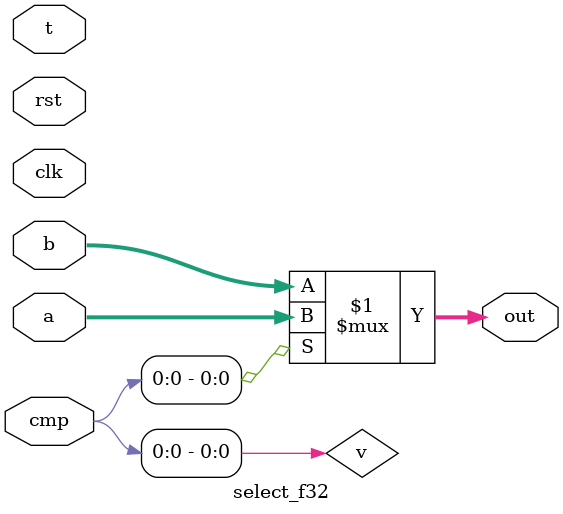
<source format=sv>
module mul_f32(
    input wire[31:0] a ,
    input  wire[31:0] b , 
    input t  , 
    input clk, 
    input rst, 
    output wire[31:0] out 
  );
    multiplier_f32 inst (
      .aclk(clk),                                  // input wire aclk
      .s_axis_a_tvalid(1'b1),            // input wire s_axis_a_tvalid
      .s_axis_a_tdata(a),              // input wire [31 : 0] s_axis_a_tdata
      .s_axis_b_tvalid(1'b1),            // input wire s_axis_b_tvalid
      .s_axis_b_tdata(b),              // input wire [31 : 0] s_axis_b_tdata
      .m_axis_result_tvalid(),  // output wire m_axis_result_tvalid
      .m_axis_result_tdata(out)    // output wire [31 : 0] m_axis_result_tdata
    );
  endmodule

  module add_f32(
    input wire[31:0] a ,
    input  wire[31:0] b , 
    input t  , 
    input clk, 
    input rst, 
    output wire[31:0] out 
  );
    adder_f32 inst (
      .aclk(clk),                                  // input wire aclk
      .s_axis_a_tvalid(1'b1),            // input wire s_axis_a_tvalid
      .s_axis_a_tdata(a),              // input wire [31 : 0] s_axis_a_tdata
      .s_axis_b_tvalid(1'b1),            // input wire s_axis_b_tvalid
      .s_axis_b_tdata(b),              // input wire [31 : 0] s_axis_b_tdata
      .m_axis_result_tvalid(),  // output wire m_axis_result_tvalid
      .m_axis_result_tdata(out)    // output wire [31 : 0] m_axis_result_tdata
    );
  endmodule


  module sub_f32(
    input wire[31:0] a ,
    input  wire[31:0] b , 
    input t  , 
    input clk, 
    input rst, 
    output wire[31:0] out 
  );
    subtract_f32 inst (
      .aclk(clk),                                  // input wire aclk
      .s_axis_a_tvalid(1'b1),            // input wire s_axis_a_tvalid
      .s_axis_a_tdata(a),              // input wire [31 : 0] s_axis_a_tdata
      .s_axis_b_tvalid(1'b1),            // input wire s_axis_b_tvalid
      .s_axis_b_tdata(b),              // input wire [31 : 0] s_axis_b_tdata
      .m_axis_result_tvalid(),  // output wire m_axis_result_tvalid
      .m_axis_result_tdata(out)    // output wire [31 : 0] m_axis_result_tdata
    );
  endmodule

  module div_f32(
    input wire[31:0] a ,
    input  wire[31:0] b , 
    input t  , 
    input clk, 
    input rst, 
    output wire[31:0] out 
  );
    div_f32_ip inst (
      .aclk(clk),                                  // input wire aclk
      .s_axis_a_tvalid(1'b1),            // input wire s_axis_a_tvalid
      .s_axis_a_tdata(a),              // input wire [31 : 0] s_axis_a_tdata
      .s_axis_b_tvalid(1'b1),            // input wire s_axis_b_tvalid
      .s_axis_b_tdata(b),              // input wire [31 : 0] s_axis_b_tdata
      .m_axis_result_tvalid(),  // output wire m_axis_result_tvalid
      .m_axis_result_tdata(out)    // output wire [31 : 0] m_axis_result_tdata
    );
  endmodule


  module ult_f32(
    input wire[31:0] a ,
    input  wire[31:0] b , 
    input t  , 
    input clk, 
    input rst, 
    output wire out 
  );
  wire[7:0] outp;
    lt_f32 inst (
      .aclk(clk),                                  // input wire aclk
      .s_axis_a_tvalid(1'b1),            // input wire s_axis_a_tvalid
      .s_axis_a_tdata(a),              // input wire [31 : 0] s_axis_a_tdata
      .s_axis_b_tvalid(1'b1),            // input wire s_axis_b_tvalid
      .s_axis_b_tdata(b),              // input wire [31 : 0] s_axis_b_tdata
      .m_axis_result_tvalid(),  // output wire m_axis_result_tvalid
      .m_axis_result_tdata(outp)    // output wire [31 : 0] m_axis_result_tdata
    );
  assign out = outp[0];
  endmodule
  
  module ugt_f32(
    input wire[31:0] a ,
    input  wire[31:0] b , 
    input t, 
    input clk, 
    input rst, 
    output wire[7:0] out 
  );
    gt_f32 inst (
      .aclk(clk),                                  // input wire aclk
      .s_axis_a_tvalid(1'b1),            // input wire s_axis_a_tvalid
      .s_axis_a_tdata(a),              // input wire [31 : 0] s_axis_a_tdata
      .s_axis_b_tvalid(1'b1),            // input wire s_axis_b_tvalid
      .s_axis_b_tdata(b),              // input wire [31 : 0] s_axis_b_tdata
      .m_axis_result_tvalid(),  // output wire m_axis_result_tvalid
      .m_axis_result_tdata(out)    // output wire [31 : 0] m_axis_result_tdata
    );
  endmodule

  module neg_f32(
    input wire[31:0] a,
    output wire[31:0] out,
    input clk,
    input rst,
    input t
  );  
    assign out[30:0]=a[30:0];
    assign out[31]=!a[31];
  endmodule

  module select_f32  (	// unsharp_mask_hir.mlir:237:15
    input wire[7:0] cmp, 
    input wire[31:0] a,   
    input wire[31:0] b,   
    input wire t,   
    input wire clk, 
    input wire rst, 
    output wire[31:0] out 
  );
    wire v = cmp[0];
    assign out = v?a:b;
  endmodule
  

</source>
